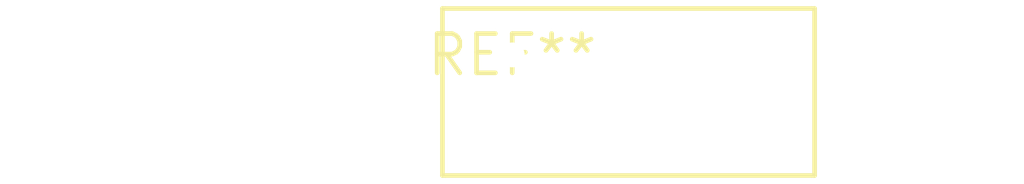
<source format=kicad_pcb>
(kicad_pcb (version 20240108) (generator pcbnew)
  (layers (0 "F.Cu" signal) (31 "B.Cu" signal) (34 "B.Paste" user) (35 "F.Paste" user) (36 "B.SilkS" user "B.Silkscreen") (37 "F.SilkS" user "F.Silkscreen") (38 "B.Mask" user) (39 "F.Mask" user) (44 "Edge.Cuts" user))
  (net 0 "")
  (footprint "RV_Disc_D12mm_W5.4mm_P7.5mm" (layer "F.Cu") (at 0 0)
    (property "Reference" "REF**")
    (property "Value" "RV_Disc_D12mm_W5.4mm_P7.5mm")
    (fp_line (start -2.25 -1.5) (end -2.25 3.9) (layer "F.SilkS") (stroke (width 0.15)))
    (fp_line (start -2.25 -1.5) (end 9.75 -1.5) (layer "F.SilkS") (stroke (width 0.15)))
    (fp_line (start -2.25 3.9) (end 9.75 3.9) (layer "F.SilkS") (stroke (width 0.15)))
    (fp_line (start 9.75 -1.5) (end 9.75 3.9) (layer "F.SilkS") (stroke (width 0.15)))
    (pad "1" thru_hole circle (at 0 0) (size 1.8 1.8) (drill 0.8) (layers *.Cu *.Mask) (remove_unused_layers))
    (pad "2" thru_hole circle (at 7.5 2.4) (size 1.8 1.8) (drill 0.8) (layers *.Cu *.Mask) (remove_unused_layers))
  )
)
</source>
